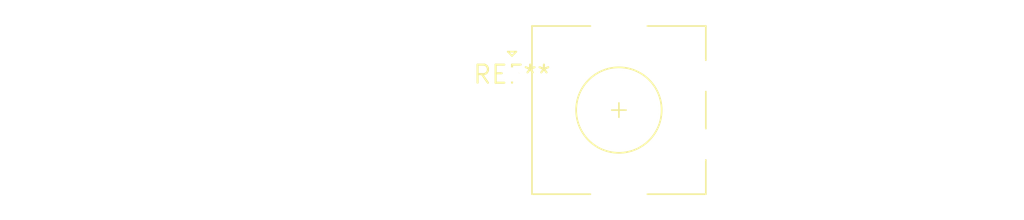
<source format=kicad_pcb>
(kicad_pcb (version 20240108) (generator pcbnew)
  (layers (0 "F.Cu" signal) (31 "B.Cu" signal) (34 "B.Paste" user) (35 "F.Paste" user) (36 "B.SilkS" user "B.Silkscreen") (37 "F.SilkS" user "F.Silkscreen") (38 "B.Mask" user) (39 "F.Mask" user) (44 "Edge.Cuts" user))
  (net 0 "")
  (footprint "RotaryEncoder_Alps_EC11E-Switch_Vertical_H20mm_CircularMountingHoles" (layer "F.Cu") (at 0 0)
    (property "Reference" "REF**")
    (property "Value" "RotaryEncoder_Alps_EC11E-Switch_Vertical_H20mm_CircularMountingHoles")
    (fp_line (start -0.3 -1.6) (end 0.3 -1.6) (layer "F.SilkS") (stroke (width 0.12)))
    (fp_line (start 0 -1.3) (end -0.3 -1.6) (layer "F.SilkS") (stroke (width 0.12)))
    (fp_line (start 0.3 -1.6) (end 0 -1.3) (layer "F.SilkS") (stroke (width 0.12)))
    (fp_line (start 1.4 -3.4) (end 1.4 8.4) (layer "F.SilkS") (stroke (width 0.12)))
    (fp_line (start 5.5 -3.4) (end 1.4 -3.4) (layer "F.SilkS") (stroke (width 0.12)))
    (fp_line (start 5.5 8.4) (end 1.4 8.4) (layer "F.SilkS") (stroke (width 0.12)))
    (fp_line (start 7 2.5) (end 8 2.5) (layer "F.SilkS") (stroke (width 0.12)))
    (fp_line (start 7.5 2) (end 7.5 3) (layer "F.SilkS") (stroke (width 0.12)))
    (fp_line (start 9.5 -3.4) (end 13.6 -3.4) (layer "F.SilkS") (stroke (width 0.12)))
    (fp_line (start 13.6 -3.4) (end 13.6 -1) (layer "F.SilkS") (stroke (width 0.12)))
    (fp_line (start 13.6 1.2) (end 13.6 3.8) (layer "F.SilkS") (stroke (width 0.12)))
    (fp_line (start 13.6 6) (end 13.6 8.4) (layer "F.SilkS") (stroke (width 0.12)))
    (fp_line (start 13.6 8.4) (end 9.5 8.4) (layer "F.SilkS") (stroke (width 0.12)))
    (fp_circle (center 7.5 2.5) (end 10.5 2.5) (layer "F.SilkS") (stroke (width 0.12)) (fill none))
    (pad "A" thru_hole rect (at 0 0) (size 2 2) (drill 1) (layers *.Cu *.Mask) (remove_unused_layers))
    (pad "B" thru_hole circle (at 0 5) (size 2 2) (drill 1) (layers *.Cu *.Mask) (remove_unused_layers))
    (pad "C" thru_hole circle (at 0 2.5) (size 2 2) (drill 1) (layers *.Cu *.Mask) (remove_unused_layers))
    (pad "MP" thru_hole circle (at 7.5 -3.1) (size 3.2 3.2) (drill 2.6) (layers *.Cu *.Mask) (remove_unused_layers))
    (pad "MP" thru_hole circle (at 7.5 8.1) (size 3.2 3.2) (drill 2.6) (layers *.Cu *.Mask) (remove_unused_layers))
    (pad "S1" thru_hole circle (at 14.5 5) (size 2 2) (drill 1) (layers *.Cu *.Mask) (remove_unused_layers))
    (pad "S2" thru_hole circle (at 14.5 0) (size 2 2) (drill 1) (layers *.Cu *.Mask) (remove_unused_layers))
  )
)
</source>
